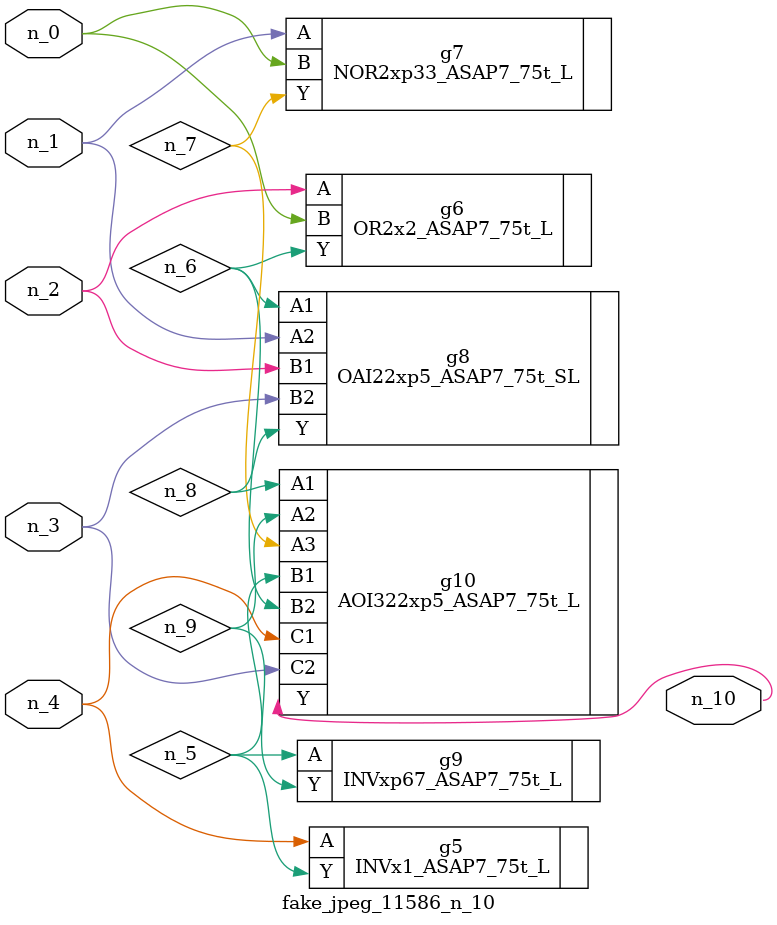
<source format=v>
module fake_jpeg_11586_n_10 (n_3, n_2, n_1, n_0, n_4, n_10);

input n_3;
input n_2;
input n_1;
input n_0;
input n_4;

output n_10;

wire n_8;
wire n_9;
wire n_6;
wire n_5;
wire n_7;

INVx1_ASAP7_75t_L g5 ( 
.A(n_4),
.Y(n_5)
);

OR2x2_ASAP7_75t_L g6 ( 
.A(n_2),
.B(n_0),
.Y(n_6)
);

NOR2xp33_ASAP7_75t_L g7 ( 
.A(n_1),
.B(n_0),
.Y(n_7)
);

OAI22xp5_ASAP7_75t_SL g8 ( 
.A1(n_6),
.A2(n_1),
.B1(n_2),
.B2(n_3),
.Y(n_8)
);

AOI322xp5_ASAP7_75t_L g10 ( 
.A1(n_8),
.A2(n_9),
.A3(n_7),
.B1(n_5),
.B2(n_6),
.C1(n_4),
.C2(n_3),
.Y(n_10)
);

INVxp67_ASAP7_75t_L g9 ( 
.A(n_5),
.Y(n_9)
);


endmodule
</source>
